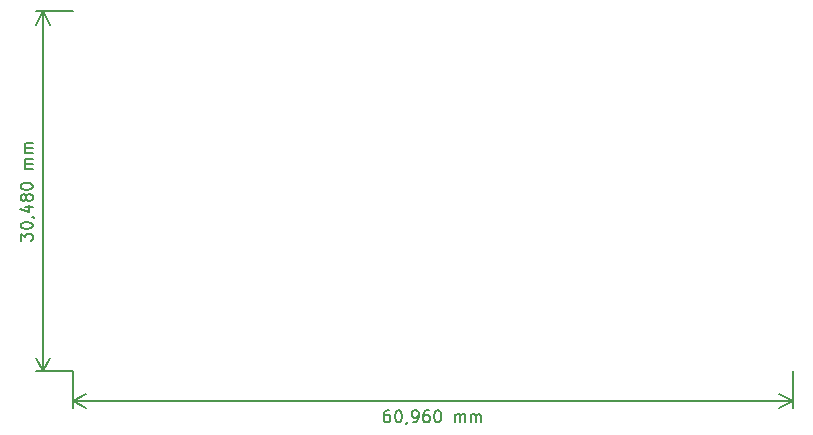
<source format=gbr>
%TF.GenerationSoftware,KiCad,Pcbnew,5.1.4-3.fc30*%
%TF.CreationDate,2019-10-19T14:32:08+02:00*%
%TF.ProjectId,ft232rl_converter_v1,66743233-3272-46c5-9f63-6f6e76657274,1.0*%
%TF.SameCoordinates,PX4fefde0PY4d83c00*%
%TF.FileFunction,Other,Comment*%
%FSLAX46Y46*%
G04 Gerber Fmt 4.6, Leading zero omitted, Abs format (unit mm)*
G04 Created by KiCad (PCBNEW 5.1.4-3.fc30) date 2019-10-19 14:32:08*
%MOMM*%
%LPD*%
G04 APERTURE LIST*
%ADD10C,0.150000*%
G04 APERTURE END LIST*
D10*
X-4387620Y11049524D02*
X-4387620Y11668572D01*
X-4006667Y11335239D01*
X-4006667Y11478096D01*
X-3959048Y11573334D01*
X-3911429Y11620953D01*
X-3816191Y11668572D01*
X-3578096Y11668572D01*
X-3482858Y11620953D01*
X-3435239Y11573334D01*
X-3387620Y11478096D01*
X-3387620Y11192381D01*
X-3435239Y11097143D01*
X-3482858Y11049524D01*
X-4387620Y12287620D02*
X-4387620Y12382858D01*
X-4340000Y12478096D01*
X-4292381Y12525715D01*
X-4197143Y12573334D01*
X-4006667Y12620953D01*
X-3768572Y12620953D01*
X-3578096Y12573334D01*
X-3482858Y12525715D01*
X-3435239Y12478096D01*
X-3387620Y12382858D01*
X-3387620Y12287620D01*
X-3435239Y12192381D01*
X-3482858Y12144762D01*
X-3578096Y12097143D01*
X-3768572Y12049524D01*
X-4006667Y12049524D01*
X-4197143Y12097143D01*
X-4292381Y12144762D01*
X-4340000Y12192381D01*
X-4387620Y12287620D01*
X-3435239Y13097143D02*
X-3387620Y13097143D01*
X-3292381Y13049524D01*
X-3244762Y13001905D01*
X-4054286Y13954286D02*
X-3387620Y13954286D01*
X-4435239Y13716191D02*
X-3720953Y13478096D01*
X-3720953Y14097143D01*
X-3959048Y14620953D02*
X-4006667Y14525715D01*
X-4054286Y14478096D01*
X-4149524Y14430477D01*
X-4197143Y14430477D01*
X-4292381Y14478096D01*
X-4340000Y14525715D01*
X-4387620Y14620953D01*
X-4387620Y14811429D01*
X-4340000Y14906667D01*
X-4292381Y14954286D01*
X-4197143Y15001905D01*
X-4149524Y15001905D01*
X-4054286Y14954286D01*
X-4006667Y14906667D01*
X-3959048Y14811429D01*
X-3959048Y14620953D01*
X-3911429Y14525715D01*
X-3863810Y14478096D01*
X-3768572Y14430477D01*
X-3578096Y14430477D01*
X-3482858Y14478096D01*
X-3435239Y14525715D01*
X-3387620Y14620953D01*
X-3387620Y14811429D01*
X-3435239Y14906667D01*
X-3482858Y14954286D01*
X-3578096Y15001905D01*
X-3768572Y15001905D01*
X-3863810Y14954286D01*
X-3911429Y14906667D01*
X-3959048Y14811429D01*
X-4387620Y15620953D02*
X-4387620Y15716191D01*
X-4340000Y15811429D01*
X-4292381Y15859048D01*
X-4197143Y15906667D01*
X-4006667Y15954286D01*
X-3768572Y15954286D01*
X-3578096Y15906667D01*
X-3482858Y15859048D01*
X-3435239Y15811429D01*
X-3387620Y15716191D01*
X-3387620Y15620953D01*
X-3435239Y15525715D01*
X-3482858Y15478096D01*
X-3578096Y15430477D01*
X-3768572Y15382858D01*
X-4006667Y15382858D01*
X-4197143Y15430477D01*
X-4292381Y15478096D01*
X-4340000Y15525715D01*
X-4387620Y15620953D01*
X-3387620Y17144762D02*
X-4054286Y17144762D01*
X-3959048Y17144762D02*
X-4006667Y17192381D01*
X-4054286Y17287620D01*
X-4054286Y17430477D01*
X-4006667Y17525715D01*
X-3911429Y17573334D01*
X-3387620Y17573334D01*
X-3911429Y17573334D02*
X-4006667Y17620953D01*
X-4054286Y17716191D01*
X-4054286Y17859048D01*
X-4006667Y17954286D01*
X-3911429Y18001905D01*
X-3387620Y18001905D01*
X-3387620Y18478096D02*
X-4054286Y18478096D01*
X-3959048Y18478096D02*
X-4006667Y18525715D01*
X-4054286Y18620953D01*
X-4054286Y18763810D01*
X-4006667Y18859048D01*
X-3911429Y18906667D01*
X-3387620Y18906667D01*
X-3911429Y18906667D02*
X-4006667Y18954286D01*
X-4054286Y19049524D01*
X-4054286Y19192381D01*
X-4006667Y19287620D01*
X-3911429Y19335239D01*
X-3387620Y19335239D01*
X-2540000Y0D02*
X-2540000Y30480000D01*
X0Y0D02*
X-3126421Y0D01*
X0Y30480000D02*
X-3126421Y30480000D01*
X-2540000Y30480000D02*
X-1953579Y29353496D01*
X-2540000Y30480000D02*
X-3126421Y29353496D01*
X-2540000Y0D02*
X-1953579Y1126504D01*
X-2540000Y0D02*
X-3126421Y1126504D01*
X26813333Y-3292380D02*
X26622857Y-3292380D01*
X26527619Y-3340000D01*
X26480000Y-3387619D01*
X26384761Y-3530476D01*
X26337142Y-3720952D01*
X26337142Y-4101904D01*
X26384761Y-4197142D01*
X26432380Y-4244761D01*
X26527619Y-4292380D01*
X26718095Y-4292380D01*
X26813333Y-4244761D01*
X26860952Y-4197142D01*
X26908571Y-4101904D01*
X26908571Y-3863809D01*
X26860952Y-3768571D01*
X26813333Y-3720952D01*
X26718095Y-3673333D01*
X26527619Y-3673333D01*
X26432380Y-3720952D01*
X26384761Y-3768571D01*
X26337142Y-3863809D01*
X27527619Y-3292380D02*
X27622857Y-3292380D01*
X27718095Y-3340000D01*
X27765714Y-3387619D01*
X27813333Y-3482857D01*
X27860952Y-3673333D01*
X27860952Y-3911428D01*
X27813333Y-4101904D01*
X27765714Y-4197142D01*
X27718095Y-4244761D01*
X27622857Y-4292380D01*
X27527619Y-4292380D01*
X27432380Y-4244761D01*
X27384761Y-4197142D01*
X27337142Y-4101904D01*
X27289523Y-3911428D01*
X27289523Y-3673333D01*
X27337142Y-3482857D01*
X27384761Y-3387619D01*
X27432380Y-3340000D01*
X27527619Y-3292380D01*
X28337142Y-4244761D02*
X28337142Y-4292380D01*
X28289523Y-4387619D01*
X28241904Y-4435238D01*
X28813333Y-4292380D02*
X29003809Y-4292380D01*
X29099047Y-4244761D01*
X29146666Y-4197142D01*
X29241904Y-4054285D01*
X29289523Y-3863809D01*
X29289523Y-3482857D01*
X29241904Y-3387619D01*
X29194285Y-3340000D01*
X29099047Y-3292380D01*
X28908571Y-3292380D01*
X28813333Y-3340000D01*
X28765714Y-3387619D01*
X28718095Y-3482857D01*
X28718095Y-3720952D01*
X28765714Y-3816190D01*
X28813333Y-3863809D01*
X28908571Y-3911428D01*
X29099047Y-3911428D01*
X29194285Y-3863809D01*
X29241904Y-3816190D01*
X29289523Y-3720952D01*
X30146666Y-3292380D02*
X29956190Y-3292380D01*
X29860952Y-3340000D01*
X29813333Y-3387619D01*
X29718095Y-3530476D01*
X29670476Y-3720952D01*
X29670476Y-4101904D01*
X29718095Y-4197142D01*
X29765714Y-4244761D01*
X29860952Y-4292380D01*
X30051428Y-4292380D01*
X30146666Y-4244761D01*
X30194285Y-4197142D01*
X30241904Y-4101904D01*
X30241904Y-3863809D01*
X30194285Y-3768571D01*
X30146666Y-3720952D01*
X30051428Y-3673333D01*
X29860952Y-3673333D01*
X29765714Y-3720952D01*
X29718095Y-3768571D01*
X29670476Y-3863809D01*
X30860952Y-3292380D02*
X30956190Y-3292380D01*
X31051428Y-3340000D01*
X31099047Y-3387619D01*
X31146666Y-3482857D01*
X31194285Y-3673333D01*
X31194285Y-3911428D01*
X31146666Y-4101904D01*
X31099047Y-4197142D01*
X31051428Y-4244761D01*
X30956190Y-4292380D01*
X30860952Y-4292380D01*
X30765714Y-4244761D01*
X30718095Y-4197142D01*
X30670476Y-4101904D01*
X30622857Y-3911428D01*
X30622857Y-3673333D01*
X30670476Y-3482857D01*
X30718095Y-3387619D01*
X30765714Y-3340000D01*
X30860952Y-3292380D01*
X32384761Y-4292380D02*
X32384761Y-3625714D01*
X32384761Y-3720952D02*
X32432380Y-3673333D01*
X32527619Y-3625714D01*
X32670476Y-3625714D01*
X32765714Y-3673333D01*
X32813333Y-3768571D01*
X32813333Y-4292380D01*
X32813333Y-3768571D02*
X32860952Y-3673333D01*
X32956190Y-3625714D01*
X33099047Y-3625714D01*
X33194285Y-3673333D01*
X33241904Y-3768571D01*
X33241904Y-4292380D01*
X33718095Y-4292380D02*
X33718095Y-3625714D01*
X33718095Y-3720952D02*
X33765714Y-3673333D01*
X33860952Y-3625714D01*
X34003809Y-3625714D01*
X34099047Y-3673333D01*
X34146666Y-3768571D01*
X34146666Y-4292380D01*
X34146666Y-3768571D02*
X34194285Y-3673333D01*
X34289523Y-3625714D01*
X34432380Y-3625714D01*
X34527619Y-3673333D01*
X34575238Y-3768571D01*
X34575238Y-4292380D01*
X0Y-2540000D02*
X60960000Y-2540000D01*
X0Y0D02*
X0Y-3126421D01*
X60960000Y0D02*
X60960000Y-3126421D01*
X60960000Y-2540000D02*
X59833496Y-3126421D01*
X60960000Y-2540000D02*
X59833496Y-1953579D01*
X0Y-2540000D02*
X1126504Y-3126421D01*
X0Y-2540000D02*
X1126504Y-1953579D01*
M02*

</source>
